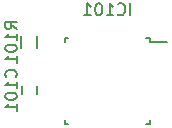
<source format=gbo>
G04 #@! TF.FileFunction,Legend,Bot*
%FSLAX46Y46*%
G04 Gerber Fmt 4.6, Leading zero omitted, Abs format (unit mm)*
G04 Created by KiCad (PCBNEW 4.0.1-stable) date Monday, January 04, 2016 'pmt' 12:40:34 pm*
%MOMM*%
G01*
G04 APERTURE LIST*
%ADD10C,0.100000*%
%ADD11C,0.150000*%
G04 APERTURE END LIST*
D10*
D11*
X134966000Y-130144000D02*
X134966000Y-129444000D01*
X133766000Y-129444000D02*
X133766000Y-130144000D01*
X135041000Y-126230000D02*
X135041000Y-125230000D01*
X133691000Y-125230000D02*
X133691000Y-126230000D01*
X144595000Y-125407000D02*
X144595000Y-125732000D01*
X137345000Y-125407000D02*
X137345000Y-125732000D01*
X137345000Y-132657000D02*
X137345000Y-132332000D01*
X144595000Y-132657000D02*
X144595000Y-132332000D01*
X144595000Y-125407000D02*
X144270000Y-125407000D01*
X144595000Y-132657000D02*
X144270000Y-132657000D01*
X137345000Y-132657000D02*
X137670000Y-132657000D01*
X137345000Y-125407000D02*
X137670000Y-125407000D01*
X144595000Y-125732000D02*
X146020000Y-125732000D01*
X133199143Y-128674953D02*
X133246762Y-128627334D01*
X133294381Y-128484477D01*
X133294381Y-128389239D01*
X133246762Y-128246381D01*
X133151524Y-128151143D01*
X133056286Y-128103524D01*
X132865810Y-128055905D01*
X132722952Y-128055905D01*
X132532476Y-128103524D01*
X132437238Y-128151143D01*
X132342000Y-128246381D01*
X132294381Y-128389239D01*
X132294381Y-128484477D01*
X132342000Y-128627334D01*
X132389619Y-128674953D01*
X133294381Y-129627334D02*
X133294381Y-129055905D01*
X133294381Y-129341619D02*
X132294381Y-129341619D01*
X132437238Y-129246381D01*
X132532476Y-129151143D01*
X132580095Y-129055905D01*
X132294381Y-130246381D02*
X132294381Y-130341620D01*
X132342000Y-130436858D01*
X132389619Y-130484477D01*
X132484857Y-130532096D01*
X132675333Y-130579715D01*
X132913429Y-130579715D01*
X133103905Y-130532096D01*
X133199143Y-130484477D01*
X133246762Y-130436858D01*
X133294381Y-130341620D01*
X133294381Y-130246381D01*
X133246762Y-130151143D01*
X133199143Y-130103524D01*
X133103905Y-130055905D01*
X132913429Y-130008286D01*
X132675333Y-130008286D01*
X132484857Y-130055905D01*
X132389619Y-130103524D01*
X132342000Y-130151143D01*
X132294381Y-130246381D01*
X133294381Y-131532096D02*
X133294381Y-130960667D01*
X133294381Y-131246381D02*
X132294381Y-131246381D01*
X132437238Y-131151143D01*
X132532476Y-131055905D01*
X132580095Y-130960667D01*
X133294381Y-124610953D02*
X132818190Y-124277619D01*
X133294381Y-124039524D02*
X132294381Y-124039524D01*
X132294381Y-124420477D01*
X132342000Y-124515715D01*
X132389619Y-124563334D01*
X132484857Y-124610953D01*
X132627714Y-124610953D01*
X132722952Y-124563334D01*
X132770571Y-124515715D01*
X132818190Y-124420477D01*
X132818190Y-124039524D01*
X133294381Y-125563334D02*
X133294381Y-124991905D01*
X133294381Y-125277619D02*
X132294381Y-125277619D01*
X132437238Y-125182381D01*
X132532476Y-125087143D01*
X132580095Y-124991905D01*
X132294381Y-126182381D02*
X132294381Y-126277620D01*
X132342000Y-126372858D01*
X132389619Y-126420477D01*
X132484857Y-126468096D01*
X132675333Y-126515715D01*
X132913429Y-126515715D01*
X133103905Y-126468096D01*
X133199143Y-126420477D01*
X133246762Y-126372858D01*
X133294381Y-126277620D01*
X133294381Y-126182381D01*
X133246762Y-126087143D01*
X133199143Y-126039524D01*
X133103905Y-125991905D01*
X132913429Y-125944286D01*
X132675333Y-125944286D01*
X132484857Y-125991905D01*
X132389619Y-126039524D01*
X132342000Y-126087143D01*
X132294381Y-126182381D01*
X133294381Y-127468096D02*
X133294381Y-126896667D01*
X133294381Y-127182381D02*
X132294381Y-127182381D01*
X132437238Y-127087143D01*
X132532476Y-126991905D01*
X132580095Y-126896667D01*
X142898571Y-123434381D02*
X142898571Y-122434381D01*
X141850952Y-123339143D02*
X141898571Y-123386762D01*
X142041428Y-123434381D01*
X142136666Y-123434381D01*
X142279524Y-123386762D01*
X142374762Y-123291524D01*
X142422381Y-123196286D01*
X142470000Y-123005810D01*
X142470000Y-122862952D01*
X142422381Y-122672476D01*
X142374762Y-122577238D01*
X142279524Y-122482000D01*
X142136666Y-122434381D01*
X142041428Y-122434381D01*
X141898571Y-122482000D01*
X141850952Y-122529619D01*
X140898571Y-123434381D02*
X141470000Y-123434381D01*
X141184286Y-123434381D02*
X141184286Y-122434381D01*
X141279524Y-122577238D01*
X141374762Y-122672476D01*
X141470000Y-122720095D01*
X140279524Y-122434381D02*
X140184285Y-122434381D01*
X140089047Y-122482000D01*
X140041428Y-122529619D01*
X139993809Y-122624857D01*
X139946190Y-122815333D01*
X139946190Y-123053429D01*
X139993809Y-123243905D01*
X140041428Y-123339143D01*
X140089047Y-123386762D01*
X140184285Y-123434381D01*
X140279524Y-123434381D01*
X140374762Y-123386762D01*
X140422381Y-123339143D01*
X140470000Y-123243905D01*
X140517619Y-123053429D01*
X140517619Y-122815333D01*
X140470000Y-122624857D01*
X140422381Y-122529619D01*
X140374762Y-122482000D01*
X140279524Y-122434381D01*
X138993809Y-123434381D02*
X139565238Y-123434381D01*
X139279524Y-123434381D02*
X139279524Y-122434381D01*
X139374762Y-122577238D01*
X139470000Y-122672476D01*
X139565238Y-122720095D01*
M02*

</source>
